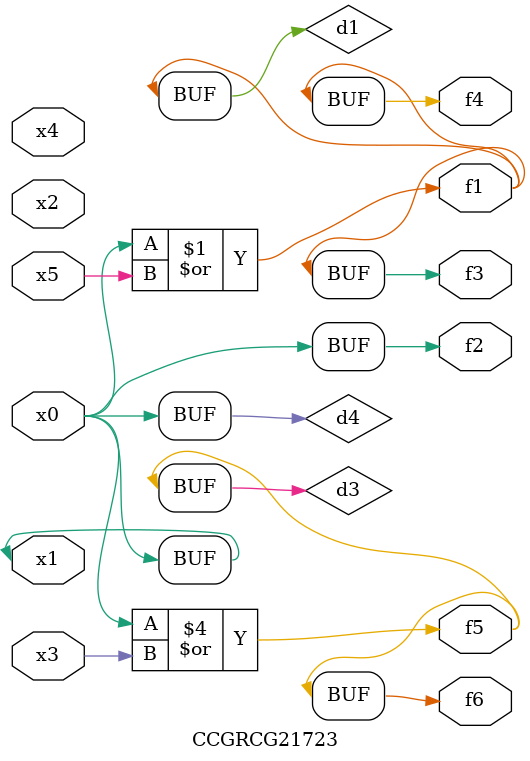
<source format=v>
module CCGRCG21723(
	input x0, x1, x2, x3, x4, x5,
	output f1, f2, f3, f4, f5, f6
);

	wire d1, d2, d3, d4;

	or (d1, x0, x5);
	xnor (d2, x1, x4);
	or (d3, x0, x3);
	buf (d4, x0, x1);
	assign f1 = d1;
	assign f2 = d4;
	assign f3 = d1;
	assign f4 = d1;
	assign f5 = d3;
	assign f6 = d3;
endmodule

</source>
